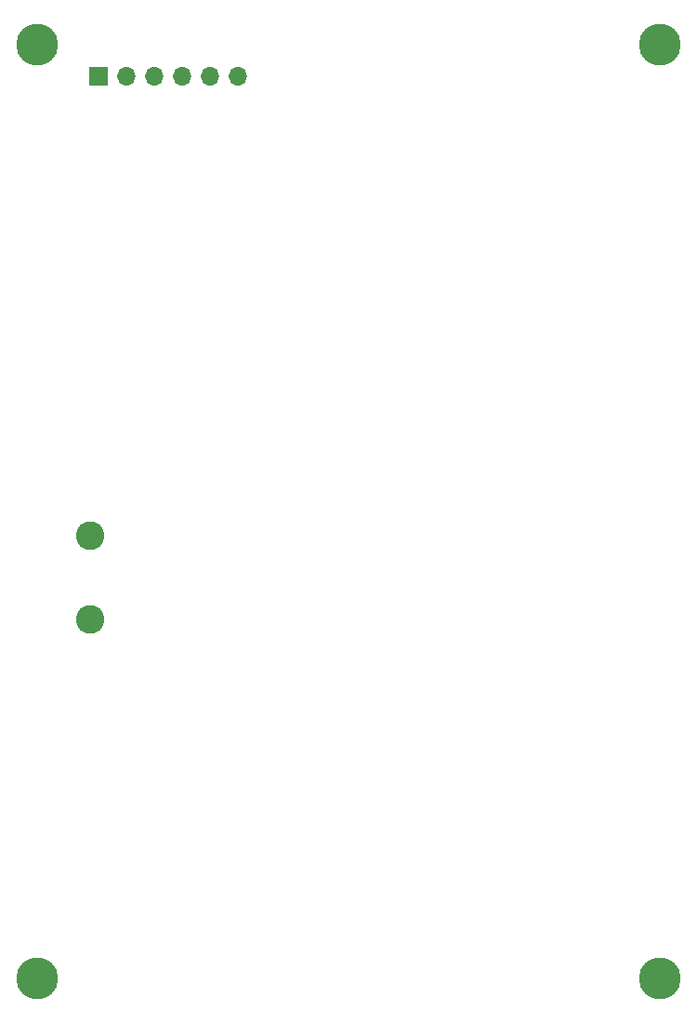
<source format=gbr>
%TF.GenerationSoftware,KiCad,Pcbnew,(6.0.5)*%
%TF.CreationDate,2022-08-19T16:14:06-07:00*%
%TF.ProjectId,Coil_Panels_Z,436f696c-5f50-4616-9e65-6c735f5a2e6b,rev?*%
%TF.SameCoordinates,Original*%
%TF.FileFunction,Soldermask,Top*%
%TF.FilePolarity,Negative*%
%FSLAX46Y46*%
G04 Gerber Fmt 4.6, Leading zero omitted, Abs format (unit mm)*
G04 Created by KiCad (PCBNEW (6.0.5)) date 2022-08-19 16:14:06*
%MOMM*%
%LPD*%
G01*
G04 APERTURE LIST*
%ADD10C,2.600000*%
%ADD11C,3.800000*%
%ADD12R,1.700000X1.700000*%
%ADD13O,1.700000X1.700000*%
G04 APERTURE END LIST*
D10*
%TO.C,H1*%
X119708000Y-136558000D03*
D11*
X119708000Y-136558000D03*
%TD*%
D10*
%TO.C,TP1*%
X124500000Y-96190000D03*
X124500000Y-103810000D03*
%TD*%
D12*
%TO.C,J1*%
X125310000Y-54370000D03*
D13*
X127850000Y-54370000D03*
X130390000Y-54370000D03*
X132930000Y-54370000D03*
X135470000Y-54370000D03*
X138010000Y-54370000D03*
%TD*%
D10*
%TO.C,H4*%
X176382000Y-136558000D03*
D11*
X176382000Y-136558000D03*
%TD*%
%TO.C,H2*%
X119708000Y-51558000D03*
D10*
X119708000Y-51558000D03*
%TD*%
%TO.C,H3*%
X176382000Y-51558000D03*
D11*
X176382000Y-51558000D03*
%TD*%
M02*

</source>
